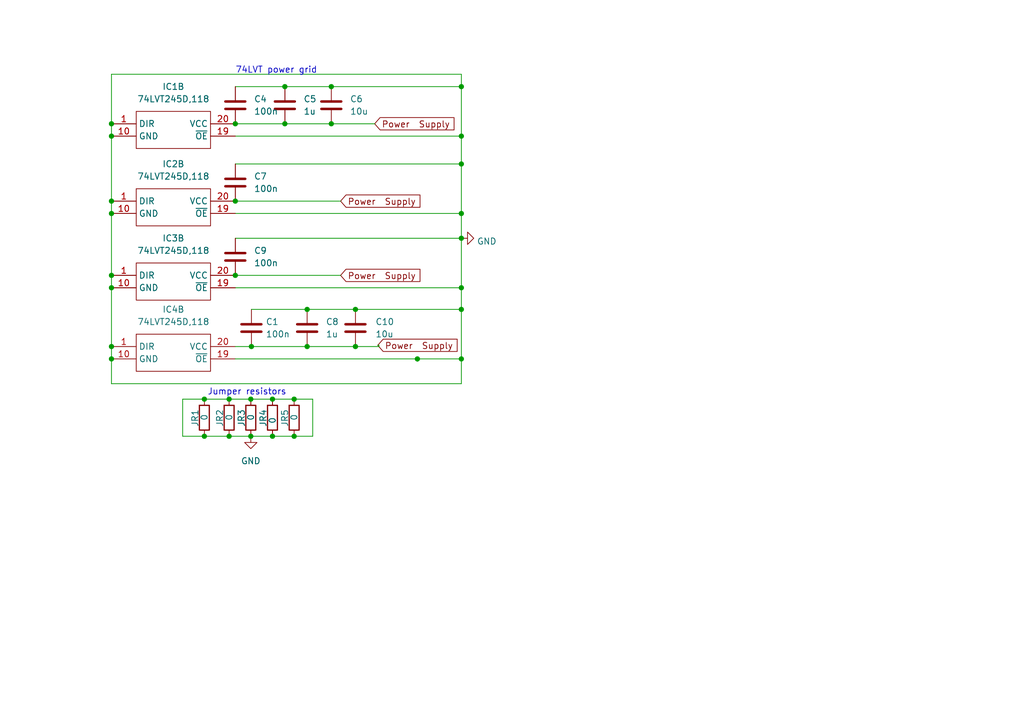
<source format=kicad_sch>
(kicad_sch (version 20230121) (generator eeschema)
  (paper "A5")
  (title_block (title "Prawnblaster DO Power Diagram") (date "2024-03-20") (company "US Army Research Laboratory") (comment 1 "Email: leblanckermit@yahoo.com") (comment 2 "Original Design By: KJ LeBlanc"))
  (lib_symbols
    (symbol "74LVT245D_118:74LVT245D,118_(split)"
      (property "Reference" "IC" (at 0 2.54 0))
      (property "Value" "74LVT245D,118" (at 0 0 0))
      (symbol "74LVT245D,118_(split)_1_0"
        (pin input line (at 12.7 -21.59 180) (length 5.08) (name "B7") (number "11"))
        (pin input line (at 12.7 -19.05 180) (length 5.08) (name "B6") (number "12"))
        (pin input line (at 12.7 -16.51 180) (length 5.08) (name "B5") (number "13"))
        (pin input line (at 12.7 -13.97 180) (length 5.08) (name "B4") (number "14"))
        (pin input line (at 12.7 -11.43 180) (length 5.08) (name "B3") (number "15"))
        (pin input line (at 12.7 -8.89 180) (length 5.08) (name "B2") (number "16"))
        (pin input line (at 12.7 -6.35 180) (length 5.08) (name "B1") (number "17"))
        (pin input line (at 12.7 -3.81 180) (length 5.08) (name "B0") (number "18"))
        (pin output line (at -12.7 -3.81 0) (length 5.08) (name "A0") (number "2"))
        (pin output line (at -12.7 -6.35 0) (length 5.08) (name "A1") (number "3"))
        (pin output line (at -12.7 -8.89 0) (length 5.08) (name "A2") (number "4"))
        (pin output line (at -12.7 -11.43 0) (length 5.08) (name "A3") (number "5"))
        (pin output line (at -12.7 -13.97 0) (length 5.08) (name "A4") (number "6"))
        (pin output line (at -12.7 -16.51 0) (length 5.08) (name "A5") (number "7"))
        (pin output line (at -12.7 -19.05 0) (length 5.08) (name "A6") (number "8"))
        (pin output line (at -12.7 -21.59 0) (length 5.08) (name "A7") (number "9"))
      )
      (symbol "74LVT245D,118_(split)_1_1"
        (rectangle (start -7.62 -1.27) (end 7.62 -24.13))
      )
      (symbol "74LVT245D,118_(split)_2_0"
        (pin power_in line (at -12.7 -3.81 0) (length 5.08) (name "DIR") (number "1"))
        (pin power_in line (at -12.7 -6.35 0) (length 5.08) (name "GND") (number "10"))
        (pin power_in line (at 12.7 -6.35 180) (length 5.08) (name "~{OE}") (number "19"))
        (pin power_in line (at 12.7 -3.81 180) (length 5.08) (name "VCC") (number "20"))
      )
      (symbol "74LVT245D,118_(split)_2_1"
        (rectangle (start -7.62 -1.27) (end 7.62 -8.89))
      )
    )
    (symbol "Device:C" (pin_numbers hide) (pin_names (offset 0.254))
      (property "Reference" "C" (at 0.635 2.54 0))
      (property "Value" "C" (at 0.635 -2.54 0))
      (symbol "C_0_1"
        (polyline (pts (xy -2.032 -0.762) (xy 2.032 -0.762)) (stroke (width 0.508)))
        (polyline (pts (xy -2.032 0.762) (xy 2.032 0.762)) (stroke (width 0.508)))
      )
      (symbol "C_1_1"
        (pin passive line (at 0 3.81 270) (length 2.794) (name "~") (number "1"))
        (pin passive line (at 0 -3.81 90) (length 2.794) (name "~") (number "2"))
      )
    )
    (symbol "Device:R" (pin_numbers hide) (pin_names (offset 0))
      (property "Reference" "R" (at 2.032 0 90))
      (property "Value" "R" (at 0 0 90))
      (symbol "R_0_1"
        (rectangle (start -1.016 -2.54) (end 1.016 2.54) (stroke (width 0.254)))
      )
      (symbol "R_1_1"
        (pin passive line (at 0 3.81 270) (length 1.27) (name "~") (number "1"))
        (pin passive line (at 0 -3.81 90) (length 1.27) (name "~") (number "2"))
      )
    )
    (symbol "power:GND" (power) (pin_names (offset 0))
      (property "Value" "GND" (at 0 -3.81 0))
      (symbol "GND_0_1"
        (polyline (pts (xy 0 0) (xy 0 -1.27) (xy 1.27 -1.27) (xy 0 -2.54) (xy -1.27 -1.27) (xy 0 -1.27)))
      )
      (symbol "GND_1_1"
        (pin power_in line (at 0 0 270) (length 0) hide (name "GND") (number "1"))
      )
    )
  )
  (junction (at 94.615 59.055))
  (junction (at 67.945 25.4))
  (junction (at 48.26 41.275))
  (junction (at 51.435 89.535))
  (junction (at 94.615 17.78))
  (junction (at 72.898 63.5))
  (junction (at 67.945 17.78))
  (junction (at 22.86 27.94))
  (junction (at 94.615 43.815))
  (junction (at 46.99 89.535))
  (junction (at 51.562 71.12))
  (junction (at 62.992 63.5))
  (junction (at 85.598 73.66))
  (junction (at 46.99 81.915))
  (junction (at 58.42 25.4))
  (junction (at 22.86 56.515))
  (junction (at 55.88 89.535))
  (junction (at 94.615 27.94))
  (junction (at 22.86 25.4))
  (junction (at 72.898 71.12))
  (junction (at 22.86 73.66))
  (junction (at 22.86 43.815))
  (junction (at 41.91 81.915))
  (junction (at 41.91 89.535))
  (junction (at 48.26 56.515))
  (junction (at 22.86 41.275))
  (junction (at 94.615 63.5))
  (junction (at 55.88 81.915))
  (junction (at 22.86 59.055))
  (junction (at 94.615 73.66))
  (junction (at 60.325 81.915))
  (junction (at 62.992 71.12))
  (junction (at 51.435 81.915))
  (junction (at 60.325 89.535))
  (junction (at 94.615 48.895))
  (junction (at 58.42 17.78))
  (junction (at 48.26 25.4))
  (junction (at 94.615 33.655))
  (junction (at 22.86 71.12))
  (wire (pts (xy 22.86 78.74) (xy 22.86 73.66)))
  (wire (pts (xy 22.86 43.815) (xy 22.86 56.515)))
  (wire (pts (xy 94.615 63.5) (xy 94.615 73.66)))
  (wire (pts (xy 94.615 43.815) (xy 94.615 48.895)))
  (wire (pts (xy 48.26 25.4) (xy 58.42 25.4)))
  (wire (pts (xy 48.26 33.655) (xy 94.615 33.655)))
  (wire (pts (xy 22.86 15.24) (xy 22.86 25.4)))
  (wire (pts (xy 22.86 71.12) (xy 22.86 73.66)))
  (wire (pts (xy 55.88 81.915) (xy 60.325 81.915)))
  (wire (pts (xy 22.86 56.515) (xy 22.86 59.055)))
  (wire (pts (xy 67.945 17.78) (xy 94.615 17.78)))
  (wire (pts (xy 85.598 73.66) (xy 94.615 73.66)))
  (wire (pts (xy 77.724 71.12) (xy 72.898 71.12)))
  (wire (pts (xy 58.42 25.4) (xy 67.945 25.4)))
  (wire (pts (xy 94.615 27.94) (xy 94.615 17.78)))
  (wire (pts (xy 94.615 43.815) (xy 94.615 33.655)))
  (wire (pts (xy 22.86 41.275) (xy 22.86 43.815)))
  (wire (pts (xy 41.91 89.535) (xy 37.465 89.535)))
  (wire (pts (xy 55.88 89.535) (xy 51.435 89.535)))
  (wire (pts (xy 62.992 63.5) (xy 72.898 63.5)))
  (wire (pts (xy 60.325 81.915) (xy 64.135 81.915)))
  (wire (pts (xy 51.562 63.5) (xy 62.992 63.5)))
  (wire (pts (xy 72.898 71.12) (xy 62.992 71.12)))
  (wire (pts (xy 94.615 59.055) (xy 94.615 63.5)))
  (wire (pts (xy 58.42 17.78) (xy 67.945 17.78)))
  (wire (pts (xy 94.615 73.66) (xy 94.615 78.74)))
  (wire (pts (xy 22.86 25.4) (xy 22.86 27.94)))
  (wire (pts (xy 41.91 81.915) (xy 46.99 81.915)))
  (wire (pts (xy 62.992 71.12) (xy 51.562 71.12)))
  (wire (pts (xy 46.99 81.915) (xy 51.435 81.915)))
  (wire (pts (xy 48.26 43.815) (xy 94.615 43.815)))
  (wire (pts (xy 77.724 70.866) (xy 77.47 70.866)))
  (wire (pts (xy 72.898 63.5) (xy 94.615 63.5)))
  (wire (pts (xy 48.26 17.78) (xy 58.42 17.78)))
  (wire (pts (xy 94.615 17.78) (xy 94.615 15.24)))
  (wire (pts (xy 22.86 15.24) (xy 94.615 15.24)))
  (wire (pts (xy 67.945 25.4) (xy 76.835 25.4)))
  (wire (pts (xy 48.26 48.895) (xy 94.615 48.895)))
  (wire (pts (xy 94.615 33.655) (xy 94.615 27.94)))
  (wire (pts (xy 48.26 41.275) (xy 69.85 41.275)))
  (wire (pts (xy 48.26 73.66) (xy 85.598 73.66)))
  (wire (pts (xy 51.562 71.12) (xy 48.26 71.12)))
  (wire (pts (xy 77.724 70.866) (xy 77.724 71.12)))
  (wire (pts (xy 22.86 27.94) (xy 22.86 41.275)))
  (wire (pts (xy 51.435 89.535) (xy 46.99 89.535)))
  (wire (pts (xy 48.26 56.515) (xy 69.85 56.515)))
  (wire (pts (xy 85.598 74.168) (xy 85.598 73.66)))
  (wire (pts (xy 64.135 81.915) (xy 64.135 89.535)))
  (wire (pts (xy 22.86 78.74) (xy 94.615 78.74)))
  (wire (pts (xy 46.99 89.535) (xy 41.91 89.535)))
  (wire (pts (xy 22.86 59.055) (xy 22.86 71.12)))
  (wire (pts (xy 37.465 81.915) (xy 41.91 81.915)))
  (wire (pts (xy 51.435 81.915) (xy 55.88 81.915)))
  (wire (pts (xy 48.26 59.055) (xy 94.615 59.055)))
  (wire (pts (xy 94.615 48.895) (xy 94.615 59.055)))
  (wire (pts (xy 60.325 89.535) (xy 55.88 89.535)))
  (wire (pts (xy 37.465 89.535) (xy 37.465 81.915)))
  (wire (pts (xy 64.135 89.535) (xy 60.325 89.535)))
  (wire (pts (xy 48.26 27.94) (xy 94.615 27.94)))
  (text "74LVT power grid" (at 48.26 15.24 0) (effects (font (size 1.27 1.27)) (justify left bottom)))
  (text "Jumper resistors\n" (at 42.545 81.28 0) (effects (font (size 1.27 1.27)) (justify left bottom)))
  (global_label "Power  Supply" (shape input) (at 69.85 56.515 0) (property "Intersheetrefs" "${INTERSHEET_REFS}" (effects hide)))
  (global_label "Power  Supply" (shape input) (at 69.85 41.275 0) (property "Intersheetrefs" "${INTERSHEET_REFS}" (effects hide)))
  (global_label "Power  Supply" (shape input) (at 77.47 70.866 0) (property "Intersheetrefs" "${INTERSHEET_REFS}" (effects hide)))
  (global_label "Power  Supply" (shape input) (at 76.835 25.4 0) (property "Intersheetrefs" "${INTERSHEET_REFS}" (effects hide)))
  (symbol (lib_id "power:GND") (at 94.615 48.895 90) (unit 1)
    (property "Reference" "#PWR037" (effects hide))
    (property "Value" "GND" (at 97.79 49.53 90) (effects (justify right)))
  )
  (symbol (lib_id "74LVT245D_118:74LVT245D,118_(split)") (at 35.56 21.59 0) (unit 2)
    (property "Reference" "IC1" (at 35.56 17.78 0))
    (property "Value" "74LVT245D,118" (at 35.56 20.32 0))
    (property "Footprint" "ICs:SOIC127P1032X265-20N" (effects hide))
    (property "Datasheet" "https://assets.nexperia.com/documents/data-sheet/74LVT245.pdf" (effects hide))
    (property "Description" "74LVT245 - 3.3 V octal transceiver with direction pin (3-state)@en-us" (effects hide))
  )
  (symbol (lib_id "Device:R") (at 41.91 85.725 0) (unit 1)
    (property "Reference" "JR1" (at 40.005 87.63 90) (effects (justify left)))
    (property "Value" "0" (at 41.91 86.36 90) (effects (justify left)))
    (property "Footprint" "Resistor_SMD:R_2010_5025Metric_Pad1.40x2.65mm_HandSolder" (effects hide))
  )
  (symbol (lib_id "Device:C") (at 48.26 52.705 0) (unit 1)
    (property "Reference" "C9" (at 52.07 51.435 0) (effects (justify left)))
    (property "Value" "100n" (at 52.07 53.975 0) (effects (justify left)))
    (property "Footprint" "Capacitor_SMD:C_1206_3216Metric_Pad1.33x1.80mm_HandSolder" (effects hide))
  )
  (symbol (lib_id "Device:R") (at 51.435 85.725 0) (unit 1)
    (property "Reference" "JR3" (at 49.53 87.63 90) (effects (justify left)))
    (property "Value" "0" (at 51.435 86.36 90) (effects (justify left)))
    (property "Footprint" "Resistor_SMD:R_2010_5025Metric_Pad1.40x2.65mm_HandSolder" (effects hide))
  )
  (symbol (lib_id "Device:C") (at 58.42 21.59 0) (unit 1)
    (property "Reference" "C5" (at 62.23 20.32 0) (effects (justify left)))
    (property "Value" "1u" (at 62.23 22.86 0) (effects (justify left)))
    (property "Footprint" "Capacitor_SMD:C_1206_3216Metric_Pad1.33x1.80mm_HandSolder" (effects hide))
  )
  (symbol (lib_id "Device:C") (at 48.26 37.465 0) (unit 1)
    (property "Reference" "C7" (at 52.07 36.195 0) (effects (justify left)))
    (property "Value" "100n" (at 52.07 38.735 0) (effects (justify left)))
    (property "Footprint" "Capacitor_SMD:C_1206_3216Metric_Pad1.33x1.80mm_HandSolder" (effects hide))
  )
  (symbol (lib_id "74LVT245D_118:74LVT245D,118_(split)") (at 35.56 37.465 0) (unit 2)
    (property "Reference" "IC2" (at 35.56 33.655 0))
    (property "Value" "74LVT245D,118" (at 35.56 36.195 0))
    (property "Footprint" "ICs:SOIC127P1032X265-20N" (effects hide))
    (property "Datasheet" "https://assets.nexperia.com/documents/data-sheet/74LVT245.pdf" (effects hide))
    (property "Description" "74LVT245 - 3.3 V octal transceiver with direction pin (3-state)@en-us" (effects hide))
  )
  (symbol (lib_id "74LVT245D_118:74LVT245D,118_(split)") (at 35.56 67.31 0) (unit 2)
    (property "Reference" "IC4" (at 35.56 63.5 0))
    (property "Value" "74LVT245D,118" (at 35.56 66.04 0))
    (property "Footprint" "ICs:SOIC127P1032X265-20N" (effects hide))
    (property "Datasheet" "https://assets.nexperia.com/documents/data-sheet/74LVT245.pdf" (effects hide))
    (property "Description" "74LVT245 - 3.3 V octal transceiver with direction pin (3-state)@en-us" (effects hide))
  )
  (symbol (lib_id "Device:C") (at 72.898 67.31 0) (unit 1)
    (property "Reference" "C10" (at 76.962 66.04 0) (effects (justify left)))
    (property "Value" "10u" (at 76.962 68.58 0) (effects (justify left)))
    (property "Footprint" "Capacitor_SMD:C_1206_3216Metric_Pad1.33x1.80mm_HandSolder" (effects hide))
  )
  (symbol (lib_id "Device:R") (at 46.99 85.725 0) (unit 1)
    (property "Reference" "JR2" (at 45.085 87.63 90) (effects (justify left)))
    (property "Value" "0" (at 46.99 86.36 90) (effects (justify left)))
    (property "Footprint" "Resistor_SMD:R_2010_5025Metric_Pad1.40x2.65mm_HandSolder" (effects hide))
  )
  (symbol (lib_id "Device:C") (at 67.945 21.59 0) (unit 1)
    (property "Reference" "C6" (at 71.755 20.32 0) (effects (justify left)))
    (property "Value" "10u" (at 71.755 22.86 0) (effects (justify left)))
    (property "Footprint" "Capacitor_SMD:C_1206_3216Metric_Pad1.33x1.80mm_HandSolder" (effects hide))
  )
  (symbol (lib_id "Device:R") (at 60.325 85.725 0) (unit 1)
    (property "Reference" "JR5" (at 58.42 87.63 90) (effects (justify left)))
    (property "Value" "0" (at 60.325 86.36 90) (effects (justify left)))
    (property "Footprint" "Resistor_SMD:R_2010_5025Metric_Pad1.40x2.65mm_HandSolder" (effects hide))
  )
  (symbol (lib_id "Device:C") (at 51.562 67.31 0) (unit 1)
    (property "Reference" "C1" (at 54.483 66.04 0) (effects (justify left)))
    (property "Value" "100n" (at 54.483 68.58 0) (effects (justify left)))
    (property "Footprint" "Capacitor_SMD:C_1206_3216Metric_Pad1.33x1.80mm_HandSolder" (effects hide))
  )
  (symbol (lib_id "power:GND") (at 51.435 89.535 0) (unit 1)
    (property "Reference" "#PWR038" (effects hide))
    (property "Value" "GND" (at 51.435 94.615 0))
  )
  (symbol (lib_id "Device:C") (at 62.992 67.31 0) (unit 1)
    (property "Reference" "C8" (at 66.802 66.04 0) (effects (justify left)))
    (property "Value" "1u" (at 66.802 68.58 0) (effects (justify left)))
    (property "Footprint" "Capacitor_SMD:C_1206_3216Metric_Pad1.33x1.80mm_HandSolder" (effects hide))
  )
  (symbol (lib_id "Device:C") (at 48.26 21.59 0) (unit 1)
    (property "Reference" "C4" (at 52.07 20.32 0) (effects (justify left)))
    (property "Value" "100n" (at 52.07 22.86 0) (effects (justify left)))
    (property "Footprint" "Capacitor_SMD:C_1206_3216Metric_Pad1.33x1.80mm_HandSolder" (effects hide))
  )
  (symbol (lib_id "74LVT245D_118:74LVT245D,118_(split)") (at 35.56 52.705 0) (unit 2)
    (property "Reference" "IC3" (at 35.56 48.895 0))
    (property "Value" "74LVT245D,118" (at 35.56 51.435 0))
    (property "Footprint" "ICs:SOIC127P1032X265-20N" (effects hide))
    (property "Datasheet" "https://assets.nexperia.com/documents/data-sheet/74LVT245.pdf" (effects hide))
    (property "Description" "74LVT245 - 3.3 V octal transceiver with direction pin (3-state)@en-us" (effects hide))
  )
  (symbol (lib_id "Device:R") (at 55.88 85.725 0) (unit 1)
    (property "Reference" "JR4" (at 53.975 87.63 90) (effects (justify left)))
    (property "Value" "0" (at 55.88 86.995 90) (effects (justify left)))
    (property "Footprint" "Resistor_SMD:R_2010_5025Metric_Pad1.40x2.65mm_HandSolder" (effects hide))
  )
)
</source>
